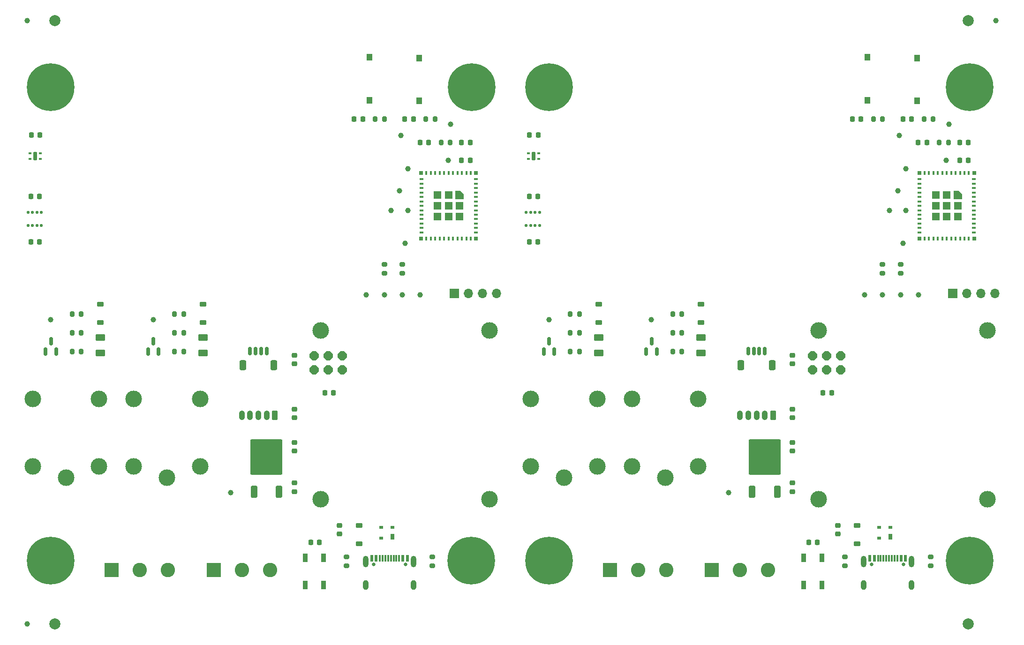
<source format=gbr>
%TF.GenerationSoftware,KiCad,Pcbnew,(7.0.0-0)*%
%TF.CreationDate,2023-03-25T06:16:28-04:00*%
%TF.ProjectId,KwartzLab-SensorBoard-Rev1-Panel,4b776172-747a-44c6-9162-2d53656e736f,1*%
%TF.SameCoordinates,Original*%
%TF.FileFunction,Soldermask,Top*%
%TF.FilePolarity,Negative*%
%FSLAX46Y46*%
G04 Gerber Fmt 4.6, Leading zero omitted, Abs format (unit mm)*
G04 Created by KiCad (PCBNEW (7.0.0-0)) date 2023-03-25 06:16:28*
%MOMM*%
%LPD*%
G01*
G04 APERTURE LIST*
G04 Aperture macros list*
%AMRoundRect*
0 Rectangle with rounded corners*
0 $1 Rounding radius*
0 $2 $3 $4 $5 $6 $7 $8 $9 X,Y pos of 4 corners*
0 Add a 4 corners polygon primitive as box body*
4,1,4,$2,$3,$4,$5,$6,$7,$8,$9,$2,$3,0*
0 Add four circle primitives for the rounded corners*
1,1,$1+$1,$2,$3*
1,1,$1+$1,$4,$5*
1,1,$1+$1,$6,$7*
1,1,$1+$1,$8,$9*
0 Add four rect primitives between the rounded corners*
20,1,$1+$1,$2,$3,$4,$5,0*
20,1,$1+$1,$4,$5,$6,$7,0*
20,1,$1+$1,$6,$7,$8,$9,0*
20,1,$1+$1,$8,$9,$2,$3,0*%
%AMFreePoly0*
4,1,6,0.725000,-0.725000,-0.725000,-0.725000,-0.725000,0.125000,-0.125000,0.725000,0.725000,0.725000,0.725000,-0.725000,0.725000,-0.725000,$1*%
%AMFreePoly1*
4,1,17,0.356937,0.810921,0.810921,0.356937,0.825800,0.321016,0.825800,-0.321016,0.810921,-0.356937,0.356937,-0.810921,0.321016,-0.825800,-0.321016,-0.825800,-0.356937,-0.810921,-0.810921,-0.356937,-0.825800,-0.321016,-0.825800,0.321016,-0.810921,0.356937,-0.356937,0.810921,-0.321016,0.825800,0.321016,0.825800,0.356937,0.810921,0.356937,0.810921,$1*%
G04 Aperture macros list end*
%ADD10RoundRect,0.250000X0.350000X-0.850000X0.350000X0.850000X-0.350000X0.850000X-0.350000X-0.850000X0*%
%ADD11RoundRect,0.249997X2.650003X-2.950003X2.650003X2.950003X-2.650003X2.950003X-2.650003X-2.950003X0*%
%ADD12R,1.000000X1.250000*%
%ADD13RoundRect,0.225000X-0.225000X-0.250000X0.225000X-0.250000X0.225000X0.250000X-0.225000X0.250000X0*%
%ADD14C,0.900000*%
%ADD15C,8.600000*%
%ADD16RoundRect,0.200000X0.200000X0.275000X-0.200000X0.275000X-0.200000X-0.275000X0.200000X-0.275000X0*%
%ADD17C,2.000000*%
%ADD18R,1.700000X1.700000*%
%ADD19O,1.700000X1.700000*%
%ADD20C,1.000000*%
%ADD21RoundRect,0.150000X0.150000X-0.587500X0.150000X0.587500X-0.150000X0.587500X-0.150000X-0.587500X0*%
%ADD22RoundRect,0.250000X0.265000X0.615000X-0.265000X0.615000X-0.265000X-0.615000X0.265000X-0.615000X0*%
%ADD23O,1.030000X1.730000*%
%ADD24RoundRect,0.225000X0.375000X-0.225000X0.375000X0.225000X-0.375000X0.225000X-0.375000X-0.225000X0*%
%ADD25R,0.400000X0.800000*%
%ADD26R,0.800000X0.400000*%
%ADD27FreePoly0,270.000000*%
%ADD28R,1.450000X1.450000*%
%ADD29R,0.700000X0.700000*%
%ADD30RoundRect,0.200000X-0.275000X0.200000X-0.275000X-0.200000X0.275000X-0.200000X0.275000X0.200000X0*%
%ADD31C,3.000000*%
%ADD32RoundRect,0.200000X-0.200000X-0.275000X0.200000X-0.275000X0.200000X0.275000X-0.200000X0.275000X0*%
%ADD33RoundRect,0.225000X0.225000X0.250000X-0.225000X0.250000X-0.225000X-0.250000X0.225000X-0.250000X0*%
%ADD34R,2.600000X2.600000*%
%ADD35C,2.600000*%
%ADD36RoundRect,0.225000X0.250000X-0.225000X0.250000X0.225000X-0.250000X0.225000X-0.250000X-0.225000X0*%
%ADD37R,0.900000X1.500000*%
%ADD38RoundRect,0.225000X-0.375000X0.225000X-0.375000X-0.225000X0.375000X-0.225000X0.375000X0.225000X0*%
%ADD39RoundRect,0.150000X0.150000X0.625000X-0.150000X0.625000X-0.150000X-0.625000X0.150000X-0.625000X0*%
%ADD40RoundRect,0.250000X0.350000X0.650000X-0.350000X0.650000X-0.350000X-0.650000X0.350000X-0.650000X0*%
%ADD41FreePoly1,180.000000*%
%ADD42RoundRect,0.250000X-0.625000X0.375000X-0.625000X-0.375000X0.625000X-0.375000X0.625000X0.375000X0*%
%ADD43RoundRect,0.125000X-0.125000X-0.137500X0.125000X-0.137500X0.125000X0.137500X-0.125000X0.137500X0*%
%ADD44RoundRect,0.225000X-0.250000X0.225000X-0.250000X-0.225000X0.250000X-0.225000X0.250000X0.225000X0*%
%ADD45C,0.650000*%
%ADD46R,0.600000X1.150000*%
%ADD47R,0.300000X1.150000*%
%ADD48O,1.000000X2.100000*%
%ADD49O,1.000000X1.800000*%
%ADD50RoundRect,0.087500X-0.187500X-0.087500X0.187500X-0.087500X0.187500X0.087500X-0.187500X0.087500X0*%
%ADD51RoundRect,0.175000X-0.175000X-0.625000X0.175000X-0.625000X0.175000X0.625000X-0.175000X0.625000X0*%
%ADD52R,0.700000X1.000000*%
%ADD53R,0.700000X0.600000*%
G04 APERTURE END LIST*
D10*
%TO.C,U2*%
X93187806Y-107625000D03*
D11*
X95467806Y-101325000D03*
D10*
X97747806Y-107625000D03*
%TD*%
%TO.C,U2*%
X183144994Y-107625000D03*
D11*
X185424994Y-101325000D03*
D10*
X187704994Y-107625000D03*
%TD*%
D12*
%TO.C,SW1*%
X114042805Y-29124999D03*
X114042805Y-36874999D03*
%TD*%
%TO.C,SW1*%
X203999993Y-29124999D03*
X203999993Y-36874999D03*
%TD*%
D13*
%TO.C,C7*%
X201249994Y-40250000D03*
X202799994Y-40250000D03*
%TD*%
%TO.C,C7*%
X111292806Y-40250000D03*
X112842806Y-40250000D03*
%TD*%
D14*
%TO.C,H3*%
X129249994Y-34500000D03*
X130194575Y-32219581D03*
X130194575Y-36780419D03*
X132474994Y-31275000D03*
D15*
X132474994Y-34500000D03*
D14*
X132474994Y-37725000D03*
X134755413Y-32219581D03*
X134755413Y-36780419D03*
X135699994Y-34500000D03*
%TD*%
%TO.C,H3*%
X219207182Y-34500000D03*
X220151763Y-32219581D03*
X220151763Y-36780419D03*
X222432182Y-31275000D03*
D15*
X222432182Y-34500000D03*
D14*
X222432182Y-37725000D03*
X224712601Y-32219581D03*
X224712601Y-36780419D03*
X225657182Y-34500000D03*
%TD*%
%TO.C,H1*%
X53292806Y-120000000D03*
X54237387Y-117719581D03*
X54237387Y-122280419D03*
X56517806Y-116775000D03*
D15*
X56517806Y-120000000D03*
D14*
X56517806Y-123225000D03*
X58798225Y-117719581D03*
X58798225Y-122280419D03*
X59742806Y-120000000D03*
%TD*%
%TO.C,H1*%
X143249994Y-120000000D03*
X144194575Y-117719581D03*
X144194575Y-122280419D03*
X146474994Y-116775000D03*
D15*
X146474994Y-120000000D03*
D14*
X146474994Y-123225000D03*
X148755413Y-117719581D03*
X148755413Y-122280419D03*
X149699994Y-120000000D03*
%TD*%
D16*
%TO.C,R13*%
X80492806Y-82250000D03*
X78842806Y-82250000D03*
%TD*%
%TO.C,R13*%
X170449994Y-82250000D03*
X168799994Y-82250000D03*
%TD*%
D17*
%TO.C,REF\u002A\u002A*%
X57242806Y-22500000D03*
%TD*%
D18*
%TO.C,J1*%
X129412805Y-71749999D03*
D19*
X131952805Y-71749999D03*
X134492805Y-71749999D03*
X137032805Y-71749999D03*
%TD*%
D18*
%TO.C,J1*%
X219369993Y-71749999D03*
D19*
X221909993Y-71749999D03*
X224449993Y-71749999D03*
X226989993Y-71749999D03*
%TD*%
D20*
%TO.C,TP1*%
X120992806Y-49250000D03*
%TD*%
%TO.C,TP1*%
X210949994Y-49250000D03*
%TD*%
D14*
%TO.C,H4*%
X53292806Y-34500000D03*
X54237387Y-32219581D03*
X54237387Y-36780419D03*
X56517806Y-31275000D03*
D15*
X56517806Y-34500000D03*
D14*
X56517806Y-37725000D03*
X58798225Y-32219581D03*
X58798225Y-36780419D03*
X59742806Y-34500000D03*
%TD*%
%TO.C,H4*%
X143249994Y-34500000D03*
X144194575Y-32219581D03*
X144194575Y-36780419D03*
X146474994Y-31275000D03*
D15*
X146474994Y-34500000D03*
D14*
X146474994Y-37725000D03*
X148755413Y-32219581D03*
X148755413Y-36780419D03*
X149699994Y-34500000D03*
%TD*%
D21*
%TO.C,Q2*%
X74092806Y-82250000D03*
X75992806Y-82250000D03*
X75042806Y-80375000D03*
%TD*%
%TO.C,Q2*%
X164049994Y-82250000D03*
X165949994Y-82250000D03*
X164999994Y-80375000D03*
%TD*%
D22*
%TO.C,J3*%
X96992806Y-93750000D03*
D23*
X95492805Y-93749999D03*
X93992805Y-93749999D03*
X92492805Y-93749999D03*
X90992805Y-93749999D03*
%TD*%
D22*
%TO.C,J3*%
X186949994Y-93750000D03*
D23*
X185449993Y-93749999D03*
X183949993Y-93749999D03*
X182449993Y-93749999D03*
X180949993Y-93749999D03*
%TD*%
D24*
%TO.C,D6*%
X65492806Y-77050000D03*
X65492806Y-73750000D03*
%TD*%
%TO.C,D6*%
X155449994Y-77050000D03*
X155449994Y-73750000D03*
%TD*%
D25*
%TO.C,U1*%
X222299993Y-50049999D03*
X221499993Y-50049999D03*
X220699993Y-50049999D03*
X219899993Y-50049999D03*
X219099993Y-50049999D03*
X218299993Y-50049999D03*
X217499993Y-50049999D03*
X216699993Y-50049999D03*
X215899993Y-50049999D03*
X215099993Y-50049999D03*
X214299993Y-50049999D03*
D26*
X213399993Y-51149999D03*
X213399993Y-51949999D03*
X213399993Y-52749999D03*
X213399993Y-53549999D03*
X213399993Y-54349999D03*
X213399993Y-55149999D03*
X213399993Y-55949999D03*
X213399993Y-56749999D03*
X213399993Y-57549999D03*
X213399993Y-58349999D03*
X213399993Y-59149999D03*
X213399993Y-59949999D03*
X213399993Y-60749999D03*
D25*
X214299993Y-61849999D03*
X215099993Y-61849999D03*
X215899993Y-61849999D03*
X216699993Y-61849999D03*
X217499993Y-61849999D03*
X218299993Y-61849999D03*
X219099993Y-61849999D03*
X219899993Y-61849999D03*
X220699993Y-61849999D03*
X221499993Y-61849999D03*
X222299993Y-61849999D03*
D26*
X223199993Y-60749999D03*
X223199993Y-59949999D03*
X223199993Y-59149999D03*
X223199993Y-58349999D03*
X223199993Y-57549999D03*
X223199993Y-56749999D03*
X223199993Y-55949999D03*
X223199993Y-55149999D03*
X223199993Y-54349999D03*
X223199993Y-53549999D03*
X223199993Y-52749999D03*
X223199993Y-51949999D03*
X223199993Y-51149999D03*
D27*
X220274994Y-53975000D03*
D28*
X218299993Y-53974999D03*
X216324993Y-53974999D03*
X220274993Y-55949999D03*
X218299993Y-55949999D03*
X216324993Y-55949999D03*
X220274993Y-57924999D03*
X218299993Y-57924999D03*
X216324993Y-57924999D03*
D29*
X223249993Y-61899999D03*
X213349993Y-61899999D03*
X213349993Y-49999999D03*
X223249993Y-49999999D03*
%TD*%
D25*
%TO.C,U1*%
X132342805Y-50049999D03*
X131542805Y-50049999D03*
X130742805Y-50049999D03*
X129942805Y-50049999D03*
X129142805Y-50049999D03*
X128342805Y-50049999D03*
X127542805Y-50049999D03*
X126742805Y-50049999D03*
X125942805Y-50049999D03*
X125142805Y-50049999D03*
X124342805Y-50049999D03*
D26*
X123442805Y-51149999D03*
X123442805Y-51949999D03*
X123442805Y-52749999D03*
X123442805Y-53549999D03*
X123442805Y-54349999D03*
X123442805Y-55149999D03*
X123442805Y-55949999D03*
X123442805Y-56749999D03*
X123442805Y-57549999D03*
X123442805Y-58349999D03*
X123442805Y-59149999D03*
X123442805Y-59949999D03*
X123442805Y-60749999D03*
D25*
X124342805Y-61849999D03*
X125142805Y-61849999D03*
X125942805Y-61849999D03*
X126742805Y-61849999D03*
X127542805Y-61849999D03*
X128342805Y-61849999D03*
X129142805Y-61849999D03*
X129942805Y-61849999D03*
X130742805Y-61849999D03*
X131542805Y-61849999D03*
X132342805Y-61849999D03*
D26*
X133242805Y-60749999D03*
X133242805Y-59949999D03*
X133242805Y-59149999D03*
X133242805Y-58349999D03*
X133242805Y-57549999D03*
X133242805Y-56749999D03*
X133242805Y-55949999D03*
X133242805Y-55149999D03*
X133242805Y-54349999D03*
X133242805Y-53549999D03*
X133242805Y-52749999D03*
X133242805Y-51949999D03*
X133242805Y-51149999D03*
D27*
X130317806Y-53975000D03*
D28*
X128342805Y-53974999D03*
X126367805Y-53974999D03*
X130317805Y-55949999D03*
X128342805Y-55949999D03*
X126367805Y-55949999D03*
X130317805Y-57924999D03*
X128342805Y-57924999D03*
X126367805Y-57924999D03*
D29*
X133292805Y-61899999D03*
X123392805Y-61899999D03*
X123392805Y-49999999D03*
X133292805Y-49999999D03*
%TD*%
D30*
%TO.C,R4*%
X109922806Y-119350000D03*
X109922806Y-121000000D03*
%TD*%
%TO.C,R4*%
X199879994Y-119350000D03*
X199879994Y-121000000D03*
%TD*%
D31*
%TO.C,K2*%
X77492806Y-105050000D03*
X71492806Y-90850000D03*
X83492806Y-90850000D03*
X83492806Y-103050000D03*
X71492806Y-103050000D03*
%TD*%
%TO.C,K2*%
X167449994Y-105050000D03*
X161449994Y-90850000D03*
X173449994Y-90850000D03*
X173449994Y-103050000D03*
X161449994Y-103050000D03*
%TD*%
D13*
%TO.C,C2*%
X220649994Y-47750000D03*
X222199994Y-47750000D03*
%TD*%
%TO.C,C2*%
X130692806Y-47750000D03*
X132242806Y-47750000D03*
%TD*%
D32*
%TO.C,R8*%
X60342806Y-78875000D03*
X61992806Y-78875000D03*
%TD*%
%TO.C,R8*%
X150299994Y-78875000D03*
X151949994Y-78875000D03*
%TD*%
D14*
%TO.C,H2*%
X219194575Y-120000000D03*
X220139156Y-117719581D03*
X220139156Y-122280419D03*
X222419575Y-116775000D03*
D15*
X222419575Y-120000000D03*
D14*
X222419575Y-123225000D03*
X224699994Y-117719581D03*
X224699994Y-122280419D03*
X225644575Y-120000000D03*
%TD*%
%TO.C,H2*%
X129237387Y-120000000D03*
X130181968Y-117719581D03*
X130181968Y-122280419D03*
X132462387Y-116775000D03*
D15*
X132462387Y-120000000D03*
D14*
X132462387Y-123225000D03*
X134742806Y-117719581D03*
X134742806Y-122280419D03*
X135687387Y-120000000D03*
%TD*%
D33*
%TO.C,C14*%
X107542806Y-89750000D03*
X105992806Y-89750000D03*
%TD*%
%TO.C,C14*%
X197499994Y-89750000D03*
X195949994Y-89750000D03*
%TD*%
D30*
%TO.C,R1*%
X119992806Y-66500000D03*
X119992806Y-68150000D03*
%TD*%
%TO.C,R1*%
X209949994Y-66500000D03*
X209949994Y-68150000D03*
%TD*%
D13*
%TO.C,C10*%
X52992806Y-43187500D03*
X54542806Y-43187500D03*
%TD*%
%TO.C,C10*%
X142949994Y-43187500D03*
X144499994Y-43187500D03*
%TD*%
D34*
%TO.C,J6*%
X85907805Y-121749999D03*
D35*
X90987806Y-121750000D03*
X96067806Y-121750000D03*
%TD*%
D34*
%TO.C,J6*%
X175864993Y-121749999D03*
D35*
X180944994Y-121750000D03*
X186024994Y-121750000D03*
%TD*%
D20*
%TO.C,TP10*%
X88992806Y-107750000D03*
%TD*%
%TO.C,TP10*%
X178949994Y-107750000D03*
%TD*%
D36*
%TO.C,C15*%
X100492806Y-84500000D03*
X100492806Y-82950000D03*
%TD*%
%TO.C,C15*%
X190449994Y-84500000D03*
X190449994Y-82950000D03*
%TD*%
D37*
%TO.C,D3*%
X102492805Y-124399999D03*
X105792805Y-124399999D03*
X105792805Y-119499999D03*
X102492805Y-119499999D03*
%TD*%
%TO.C,D3*%
X192449993Y-124399999D03*
X195749993Y-124399999D03*
X195749993Y-119499999D03*
X192449993Y-119499999D03*
%TD*%
D36*
%TO.C,C13*%
X100492806Y-94250000D03*
X100492806Y-92700000D03*
%TD*%
%TO.C,C13*%
X190449994Y-94250000D03*
X190449994Y-92700000D03*
%TD*%
D30*
%TO.C,R5*%
X215379994Y-119350000D03*
X215379994Y-121000000D03*
%TD*%
%TO.C,R5*%
X125422806Y-119350000D03*
X125422806Y-121000000D03*
%TD*%
D20*
%TO.C,TP9*%
X119992806Y-72000000D03*
%TD*%
%TO.C,TP9*%
X209949994Y-72000000D03*
%TD*%
D12*
%TO.C,SW2*%
X122992805Y-29249999D03*
X122992805Y-36999999D03*
%TD*%
%TO.C,SW2*%
X212949993Y-29249999D03*
X212949993Y-36999999D03*
%TD*%
D36*
%TO.C,C5*%
X100492806Y-100250000D03*
X100492806Y-98700000D03*
%TD*%
%TO.C,C5*%
X190449994Y-100250000D03*
X190449994Y-98700000D03*
%TD*%
D20*
%TO.C,TP4*%
X113492806Y-72000000D03*
%TD*%
%TO.C,TP4*%
X203449994Y-72000000D03*
%TD*%
D32*
%TO.C,R7*%
X124242806Y-40250000D03*
X125892806Y-40250000D03*
%TD*%
%TO.C,R7*%
X214199994Y-40250000D03*
X215849994Y-40250000D03*
%TD*%
D38*
%TO.C,D2*%
X112172806Y-113700000D03*
X112172806Y-117000000D03*
%TD*%
%TO.C,D2*%
X202129994Y-113700000D03*
X202129994Y-117000000D03*
%TD*%
D20*
%TO.C,TP3*%
X74992806Y-76500000D03*
%TD*%
%TO.C,TP3*%
X164949994Y-76500000D03*
%TD*%
D13*
%TO.C,C1*%
X123192806Y-44500000D03*
X124742806Y-44500000D03*
%TD*%
%TO.C,C1*%
X213149994Y-44500000D03*
X214699994Y-44500000D03*
%TD*%
D39*
%TO.C,J7*%
X95492806Y-82225000D03*
X94492806Y-82225000D03*
X93492806Y-82225000D03*
X92492806Y-82225000D03*
D40*
X96792806Y-84750000D03*
X91192806Y-84750000D03*
%TD*%
D39*
%TO.C,J7*%
X185449994Y-82225000D03*
X184449994Y-82225000D03*
X183449994Y-82225000D03*
X182449994Y-82225000D03*
D40*
X186749994Y-84750000D03*
X181149994Y-84750000D03*
%TD*%
D20*
%TO.C,REF\u002A\u002A*%
X52242806Y-22500000D03*
%TD*%
D13*
%TO.C,C8*%
X210399994Y-40250000D03*
X211949994Y-40250000D03*
%TD*%
%TO.C,C8*%
X120442806Y-40250000D03*
X121992806Y-40250000D03*
%TD*%
D20*
%TO.C,TP13*%
X209699994Y-43250000D03*
%TD*%
%TO.C,TP13*%
X119742806Y-43250000D03*
%TD*%
%TO.C,TP6*%
X218199994Y-47750000D03*
%TD*%
%TO.C,TP6*%
X128242806Y-47750000D03*
%TD*%
D34*
%TO.C,J5*%
X157449993Y-121749999D03*
D35*
X162529994Y-121750000D03*
X167609994Y-121750000D03*
%TD*%
D34*
%TO.C,J5*%
X67492805Y-121749999D03*
D35*
X72572806Y-121750000D03*
X77652806Y-121750000D03*
%TD*%
D17*
%TO.C,REF\u002A\u002A*%
X222157194Y-22500000D03*
%TD*%
D31*
%TO.C,J4*%
X225673122Y-108944944D03*
X225673122Y-78464944D03*
X195193122Y-108944944D03*
X195193122Y-78464944D03*
D41*
X199132922Y-83034144D03*
X199132922Y-85574144D03*
X196592922Y-83034144D03*
X196592922Y-85574144D03*
X194052922Y-83034144D03*
X194052922Y-85574144D03*
%TD*%
D31*
%TO.C,J4*%
X135715934Y-108944944D03*
X135715934Y-78464944D03*
X105235934Y-108944944D03*
X105235934Y-78464944D03*
D41*
X109175734Y-83034144D03*
X109175734Y-85574144D03*
X106635734Y-83034144D03*
X106635734Y-85574144D03*
X104095734Y-83034144D03*
X104095734Y-85574144D03*
%TD*%
D16*
%TO.C,R10*%
X151949994Y-75500000D03*
X150299994Y-75500000D03*
%TD*%
%TO.C,R10*%
X61992806Y-75500000D03*
X60342806Y-75500000D03*
%TD*%
%TO.C,R12*%
X170449994Y-75500000D03*
X168799994Y-75500000D03*
%TD*%
%TO.C,R12*%
X80492806Y-75500000D03*
X78842806Y-75500000D03*
%TD*%
D20*
%TO.C,REF\u002A\u002A*%
X227157194Y-22500000D03*
%TD*%
D24*
%TO.C,D7*%
X173949994Y-77050000D03*
X173949994Y-73750000D03*
%TD*%
%TO.C,D7*%
X83992806Y-77050000D03*
X83992806Y-73750000D03*
%TD*%
D42*
%TO.C,D4*%
X155449994Y-79700000D03*
X155449994Y-82500000D03*
%TD*%
%TO.C,D4*%
X65492806Y-79700000D03*
X65492806Y-82500000D03*
%TD*%
D20*
%TO.C,REF\u002A\u002A*%
X52242806Y-131500000D03*
%TD*%
%TO.C,TP11*%
X206699994Y-72000000D03*
%TD*%
%TO.C,TP11*%
X116742806Y-72000000D03*
%TD*%
D17*
%TO.C,REF\u002A\u002A*%
X57242806Y-131500000D03*
%TD*%
D20*
%TO.C,TP14*%
X209449994Y-53250000D03*
%TD*%
%TO.C,TP14*%
X119492806Y-53250000D03*
%TD*%
D13*
%TO.C,C3*%
X220649994Y-44500000D03*
X222199994Y-44500000D03*
%TD*%
%TO.C,C3*%
X130692806Y-44500000D03*
X132242806Y-44500000D03*
%TD*%
D43*
%TO.C,U4*%
X142349994Y-57125000D03*
X143149994Y-57125000D03*
X143949994Y-57125000D03*
X144749994Y-57125000D03*
X144749994Y-59500000D03*
X143949994Y-59500000D03*
X143149994Y-59500000D03*
X142349994Y-59500000D03*
%TD*%
%TO.C,U4*%
X52392806Y-57125000D03*
X53192806Y-57125000D03*
X53992806Y-57125000D03*
X54792806Y-57125000D03*
X54792806Y-59500000D03*
X53992806Y-59500000D03*
X53192806Y-59500000D03*
X52392806Y-59500000D03*
%TD*%
D20*
%TO.C,TP8*%
X210949994Y-56750000D03*
%TD*%
%TO.C,TP8*%
X120992806Y-56750000D03*
%TD*%
%TO.C,TP5*%
X213199994Y-72000000D03*
%TD*%
%TO.C,TP5*%
X123242806Y-72000000D03*
%TD*%
%TO.C,TP12*%
X210449994Y-62750000D03*
%TD*%
%TO.C,TP12*%
X120492806Y-62750000D03*
%TD*%
D44*
%TO.C,C6*%
X198629994Y-113700000D03*
X198629994Y-115250000D03*
%TD*%
%TO.C,C6*%
X108672806Y-113700000D03*
X108672806Y-115250000D03*
%TD*%
D45*
%TO.C,J2*%
X204739994Y-120720000D03*
X210519994Y-120720000D03*
D46*
X204429993Y-119644999D03*
X205229993Y-119644999D03*
D47*
X206379993Y-119644999D03*
X207379993Y-119644999D03*
X207879993Y-119644999D03*
X208879993Y-119644999D03*
D46*
X210029993Y-119644999D03*
X210829993Y-119644999D03*
X210829993Y-119644999D03*
X210029993Y-119644999D03*
D47*
X209379993Y-119644999D03*
X208379993Y-119644999D03*
X206879993Y-119644999D03*
X205879993Y-119644999D03*
D46*
X205229993Y-119644999D03*
X204429993Y-119644999D03*
D48*
X203309993Y-120219999D03*
D49*
X203309993Y-124399999D03*
D48*
X211949993Y-120219999D03*
D49*
X211949993Y-124399999D03*
%TD*%
D45*
%TO.C,J2*%
X114782806Y-120720000D03*
X120562806Y-120720000D03*
D46*
X114472805Y-119644999D03*
X115272805Y-119644999D03*
D47*
X116422805Y-119644999D03*
X117422805Y-119644999D03*
X117922805Y-119644999D03*
X118922805Y-119644999D03*
D46*
X120072805Y-119644999D03*
X120872805Y-119644999D03*
X120872805Y-119644999D03*
X120072805Y-119644999D03*
D47*
X119422805Y-119644999D03*
X118422805Y-119644999D03*
X116922805Y-119644999D03*
X115922805Y-119644999D03*
D46*
X115272805Y-119644999D03*
X114472805Y-119644999D03*
D48*
X113352805Y-120219999D03*
D49*
X113352805Y-124399999D03*
D48*
X121992805Y-120219999D03*
D49*
X121992805Y-124399999D03*
%TD*%
D16*
%TO.C,R11*%
X151949994Y-82250000D03*
X150299994Y-82250000D03*
%TD*%
%TO.C,R11*%
X61992806Y-82250000D03*
X60342806Y-82250000D03*
%TD*%
D21*
%TO.C,Q1*%
X145549994Y-82250000D03*
X147449994Y-82250000D03*
X146499994Y-80375000D03*
%TD*%
%TO.C,Q1*%
X55592806Y-82250000D03*
X57492806Y-82250000D03*
X56542806Y-80375000D03*
%TD*%
D30*
%TO.C,R2*%
X206699994Y-66500000D03*
X206699994Y-68150000D03*
%TD*%
%TO.C,R2*%
X116742806Y-66500000D03*
X116742806Y-68150000D03*
%TD*%
D50*
%TO.C,U3*%
X142749994Y-46500000D03*
X142749994Y-47500000D03*
X144599994Y-47500000D03*
X144599994Y-46500000D03*
D51*
X143674994Y-47000000D03*
%TD*%
D50*
%TO.C,U3*%
X52792806Y-46500000D03*
X52792806Y-47500000D03*
X54642806Y-47500000D03*
X54642806Y-46500000D03*
D51*
X53717806Y-47000000D03*
%TD*%
D32*
%TO.C,R9*%
X168799994Y-78875000D03*
X170449994Y-78875000D03*
%TD*%
%TO.C,R9*%
X78842806Y-78875000D03*
X80492806Y-78875000D03*
%TD*%
D20*
%TO.C,TP15*%
X218699994Y-41250000D03*
%TD*%
%TO.C,TP15*%
X128742806Y-41250000D03*
%TD*%
D42*
%TO.C,D5*%
X83992806Y-79700000D03*
X83992806Y-82500000D03*
%TD*%
%TO.C,D5*%
X173949994Y-79700000D03*
X173949994Y-82500000D03*
%TD*%
D52*
%TO.C,D1*%
X208129993Y-115749999D03*
D53*
X208129993Y-114049999D03*
X206129993Y-114049999D03*
X206129993Y-115949999D03*
%TD*%
D52*
%TO.C,D1*%
X118172805Y-115749999D03*
D53*
X118172805Y-114049999D03*
X116172805Y-114049999D03*
X116172805Y-115949999D03*
%TD*%
D36*
%TO.C,C4*%
X190449994Y-107550000D03*
X190449994Y-106000000D03*
%TD*%
%TO.C,C4*%
X100492806Y-107550000D03*
X100492806Y-106000000D03*
%TD*%
D32*
%TO.C,R6*%
X205049994Y-40250000D03*
X206699994Y-40250000D03*
%TD*%
%TO.C,R6*%
X115092806Y-40250000D03*
X116742806Y-40250000D03*
%TD*%
D31*
%TO.C,K1*%
X149199994Y-105050000D03*
X143199994Y-90850000D03*
X155199994Y-90850000D03*
X155199994Y-103050000D03*
X143199994Y-103050000D03*
%TD*%
%TO.C,K1*%
X59242806Y-105050000D03*
X53242806Y-90850000D03*
X65242806Y-90850000D03*
X65242806Y-103050000D03*
X53242806Y-103050000D03*
%TD*%
D13*
%TO.C,C11*%
X142899994Y-54250000D03*
X144449994Y-54250000D03*
%TD*%
%TO.C,C11*%
X52942806Y-54250000D03*
X54492806Y-54250000D03*
%TD*%
D17*
%TO.C,REF\u002A\u002A*%
X222157194Y-131500000D03*
%TD*%
D13*
%TO.C,C9*%
X193399994Y-116750000D03*
X194949994Y-116750000D03*
%TD*%
%TO.C,C9*%
X103442806Y-116750000D03*
X104992806Y-116750000D03*
%TD*%
D20*
%TO.C,TP7*%
X207949994Y-56750000D03*
%TD*%
%TO.C,TP7*%
X117992806Y-56750000D03*
%TD*%
%TO.C,TP2*%
X146449994Y-76500000D03*
%TD*%
%TO.C,TP2*%
X56492806Y-76500000D03*
%TD*%
D16*
%TO.C,R3*%
X218599994Y-44500000D03*
X216949994Y-44500000D03*
%TD*%
%TO.C,R3*%
X128642806Y-44500000D03*
X126992806Y-44500000D03*
%TD*%
D13*
%TO.C,C12*%
X52942806Y-62500000D03*
X54492806Y-62500000D03*
%TD*%
%TO.C,C12*%
X142899994Y-62500000D03*
X144449994Y-62500000D03*
%TD*%
M02*

</source>
